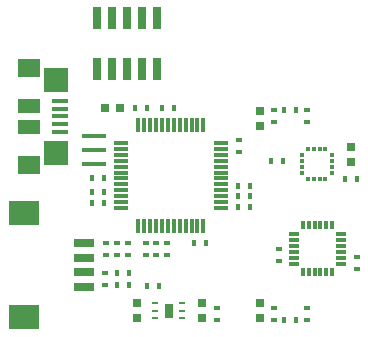
<source format=gtp>
%FSLAX24Y24*%
%MOIN*%
G70*
G01*
G75*
G04 Layer_Color=8421504*
%ADD10R,0.0710X0.0300*%
%ADD11R,0.1024X0.0787*%
%ADD12R,0.0532X0.0157*%
%ADD13R,0.0748X0.0630*%
%ADD14R,0.0748X0.0472*%
%ADD15R,0.0787X0.0827*%
%ADD16R,0.0150X0.0200*%
%ADD17R,0.0291X0.0728*%
%ADD18R,0.0787X0.0157*%
%ADD19R,0.0118X0.0472*%
%ADD20R,0.0472X0.0118*%
%ADD21R,0.0236X0.0098*%
%ADD22R,0.0295X0.0472*%
%ADD23R,0.0200X0.0150*%
%ADD24R,0.0300X0.0250*%
%ADD25R,0.0335X0.0138*%
%ADD26R,0.0138X0.0315*%
%ADD27R,0.0250X0.0300*%
%ADD28R,0.0118X0.0165*%
%ADD29R,0.0165X0.0118*%
%ADD30C,0.0100*%
%ADD31C,0.0120*%
%ADD32C,0.0050*%
%ADD33C,0.0060*%
%ADD34C,0.0140*%
%ADD35C,0.0080*%
%ADD36C,0.0098*%
%ADD37C,0.0160*%
%ADD38C,0.0433*%
%ADD39C,0.0591*%
%ADD40R,0.0591X0.0591*%
%ADD41C,0.0354*%
%ADD42C,0.1250*%
%ADD43C,0.0180*%
%ADD44C,0.0200*%
%ADD45C,0.0300*%
%ADD46R,0.1120X0.1120*%
%ADD47C,0.0787*%
%ADD48C,0.0059*%
D10*
X22630Y42582D02*
D03*
Y43074D02*
D03*
Y43566D02*
D03*
Y44058D02*
D03*
D11*
X20630Y41580D02*
D03*
Y45060D02*
D03*
D12*
X21830Y48782D02*
D03*
Y48526D02*
D03*
Y48270D02*
D03*
Y48014D02*
D03*
Y47758D02*
D03*
D13*
X20777Y46656D02*
D03*
Y49884D02*
D03*
D14*
Y48605D02*
D03*
Y47935D02*
D03*
D15*
X21702Y49490D02*
D03*
Y47050D02*
D03*
D16*
X29260Y46790D02*
D03*
X28860D02*
D03*
X23710Y42640D02*
D03*
X24110D02*
D03*
X24720Y42630D02*
D03*
X25120D02*
D03*
X23710Y43040D02*
D03*
X24110D02*
D03*
X29700Y41500D02*
D03*
X29300D02*
D03*
X26700Y44050D02*
D03*
X26300D02*
D03*
X24340Y48550D02*
D03*
X24740D02*
D03*
X23300Y45370D02*
D03*
X22900D02*
D03*
X23300Y45760D02*
D03*
X22900D02*
D03*
X29700Y48500D02*
D03*
X29300D02*
D03*
X31320Y46190D02*
D03*
X31720D02*
D03*
X23300Y46210D02*
D03*
X22900D02*
D03*
X25220Y48550D02*
D03*
X25620D02*
D03*
X28170Y45260D02*
D03*
X27770D02*
D03*
X28170Y45610D02*
D03*
X27770D02*
D03*
X28170Y45960D02*
D03*
X27770D02*
D03*
D17*
X23050Y49863D02*
D03*
Y51537D02*
D03*
X23550Y49863D02*
D03*
Y51537D02*
D03*
X24050Y49863D02*
D03*
Y51537D02*
D03*
X24550Y49863D02*
D03*
X25050D02*
D03*
X24550Y51537D02*
D03*
X25050D02*
D03*
D18*
X22950Y47622D02*
D03*
X22950Y47150D02*
D03*
X22950Y46678D02*
D03*
D19*
X24437Y47973D02*
D03*
X24634D02*
D03*
X24831D02*
D03*
X25028D02*
D03*
X25225D02*
D03*
X25422D02*
D03*
X25618D02*
D03*
X25815D02*
D03*
X26012D02*
D03*
X26209D02*
D03*
X26406D02*
D03*
X26603D02*
D03*
X24437Y44627D02*
D03*
X24634D02*
D03*
X24831D02*
D03*
X25028D02*
D03*
X25225D02*
D03*
X25422D02*
D03*
X25618D02*
D03*
X25815D02*
D03*
X26012D02*
D03*
X26209D02*
D03*
X26406D02*
D03*
X26603D02*
D03*
D20*
X23847Y47383D02*
D03*
Y47186D02*
D03*
Y46989D02*
D03*
Y46792D02*
D03*
Y46595D02*
D03*
Y46398D02*
D03*
Y46202D02*
D03*
Y46005D02*
D03*
Y45808D02*
D03*
Y45611D02*
D03*
Y45414D02*
D03*
Y45217D02*
D03*
X27193Y45217D02*
D03*
Y45414D02*
D03*
Y45611D02*
D03*
Y45808D02*
D03*
Y46005D02*
D03*
Y46202D02*
D03*
Y46398D02*
D03*
Y46595D02*
D03*
Y46792D02*
D03*
Y46989D02*
D03*
Y47186D02*
D03*
Y47383D02*
D03*
D21*
X25903Y41544D02*
D03*
Y41800D02*
D03*
Y42056D02*
D03*
X24997D02*
D03*
Y41800D02*
D03*
Y41544D02*
D03*
D22*
X25450Y41800D02*
D03*
D23*
X27050Y41500D02*
D03*
Y41900D02*
D03*
X23320Y42640D02*
D03*
Y43040D02*
D03*
X24090Y44050D02*
D03*
Y43650D02*
D03*
X23730Y44050D02*
D03*
Y43650D02*
D03*
X28950Y41500D02*
D03*
Y41900D02*
D03*
X30050Y41500D02*
D03*
Y41900D02*
D03*
X31710Y43570D02*
D03*
Y43170D02*
D03*
X27800Y47500D02*
D03*
Y47100D02*
D03*
X24680Y43650D02*
D03*
Y44050D02*
D03*
X29110Y43860D02*
D03*
Y43460D02*
D03*
X25030Y43650D02*
D03*
Y44050D02*
D03*
X25380Y43650D02*
D03*
Y44050D02*
D03*
X28950Y48500D02*
D03*
Y48100D02*
D03*
X30050Y48500D02*
D03*
Y48100D02*
D03*
X23370Y44050D02*
D03*
Y43650D02*
D03*
D24*
X26550Y41550D02*
D03*
Y42050D02*
D03*
X24400Y41550D02*
D03*
Y42050D02*
D03*
X28500Y41550D02*
D03*
Y42050D02*
D03*
X28500Y48450D02*
D03*
Y47950D02*
D03*
X31530Y46740D02*
D03*
Y47240D02*
D03*
D25*
X29632Y43368D02*
D03*
Y43565D02*
D03*
Y43762D02*
D03*
Y43958D02*
D03*
Y44155D02*
D03*
Y44352D02*
D03*
X31188Y43368D02*
D03*
Y43565D02*
D03*
Y43762D02*
D03*
Y43958D02*
D03*
Y44155D02*
D03*
Y44352D02*
D03*
D26*
X29918Y43073D02*
D03*
X30115D02*
D03*
X30312D02*
D03*
X30508D02*
D03*
X30705D02*
D03*
X30902D02*
D03*
Y44647D02*
D03*
X30705D02*
D03*
X30508D02*
D03*
X30312D02*
D03*
X30115D02*
D03*
X29918D02*
D03*
D27*
X23830Y48550D02*
D03*
X23330D02*
D03*
D28*
X30282Y47192D02*
D03*
X30478D02*
D03*
X30675Y47190D02*
D03*
X30478Y46188D02*
D03*
X30282D02*
D03*
X30085Y46188D02*
D03*
X30675Y46188D02*
D03*
X30085Y47192D02*
D03*
D29*
X30882Y46788D02*
D03*
Y46592D02*
D03*
Y46395D02*
D03*
X29878Y46592D02*
D03*
Y46788D02*
D03*
Y46985D02*
D03*
Y46395D02*
D03*
X30882Y46985D02*
D03*
M02*

</source>
